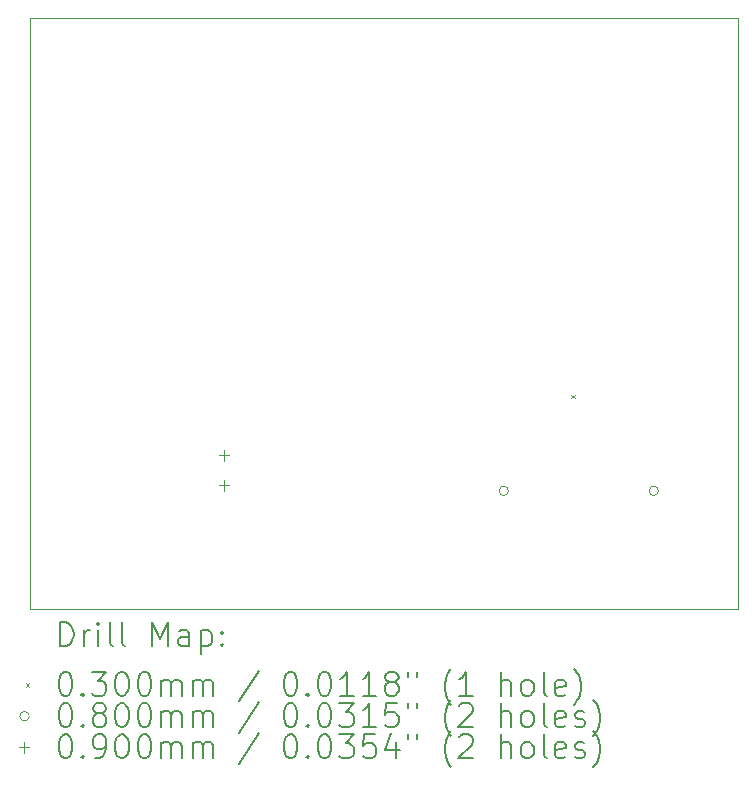
<source format=gbr>
%TF.GenerationSoftware,KiCad,Pcbnew,9.0.0*%
%TF.CreationDate,2025-03-14T14:05:50+03:00*%
%TF.ProjectId,getting-started,67657474-696e-4672-9d73-746172746564,0*%
%TF.SameCoordinates,Original*%
%TF.FileFunction,Drillmap*%
%TF.FilePolarity,Positive*%
%FSLAX45Y45*%
G04 Gerber Fmt 4.5, Leading zero omitted, Abs format (unit mm)*
G04 Created by KiCad (PCBNEW 9.0.0) date 2025-03-14 14:05:50*
%MOMM*%
%LPD*%
G01*
G04 APERTURE LIST*
%ADD10C,0.050000*%
%ADD11C,0.200000*%
%ADD12C,0.100000*%
G04 APERTURE END LIST*
D10*
X10000000Y-8000000D02*
X16000000Y-8000000D01*
X16000000Y-13000000D01*
X10000000Y-13000000D01*
X10000000Y-8000000D01*
D11*
D12*
X14585000Y-11185000D02*
X14615000Y-11215000D01*
X14615000Y-11185000D02*
X14585000Y-11215000D01*
X14055000Y-12000000D02*
G75*
G02*
X13975000Y-12000000I-40000J0D01*
G01*
X13975000Y-12000000D02*
G75*
G02*
X14055000Y-12000000I40000J0D01*
G01*
X15325000Y-12000000D02*
G75*
G02*
X15245000Y-12000000I-40000J0D01*
G01*
X15245000Y-12000000D02*
G75*
G02*
X15325000Y-12000000I40000J0D01*
G01*
X11646000Y-11655000D02*
X11646000Y-11745000D01*
X11601000Y-11700000D02*
X11691000Y-11700000D01*
X11646000Y-11909000D02*
X11646000Y-11999000D01*
X11601000Y-11954000D02*
X11691000Y-11954000D01*
D11*
X10258277Y-13313984D02*
X10258277Y-13113984D01*
X10258277Y-13113984D02*
X10305896Y-13113984D01*
X10305896Y-13113984D02*
X10334467Y-13123508D01*
X10334467Y-13123508D02*
X10353515Y-13142555D01*
X10353515Y-13142555D02*
X10363039Y-13161603D01*
X10363039Y-13161603D02*
X10372563Y-13199698D01*
X10372563Y-13199698D02*
X10372563Y-13228269D01*
X10372563Y-13228269D02*
X10363039Y-13266365D01*
X10363039Y-13266365D02*
X10353515Y-13285412D01*
X10353515Y-13285412D02*
X10334467Y-13304460D01*
X10334467Y-13304460D02*
X10305896Y-13313984D01*
X10305896Y-13313984D02*
X10258277Y-13313984D01*
X10458277Y-13313984D02*
X10458277Y-13180650D01*
X10458277Y-13218746D02*
X10467801Y-13199698D01*
X10467801Y-13199698D02*
X10477324Y-13190174D01*
X10477324Y-13190174D02*
X10496372Y-13180650D01*
X10496372Y-13180650D02*
X10515420Y-13180650D01*
X10582086Y-13313984D02*
X10582086Y-13180650D01*
X10582086Y-13113984D02*
X10572563Y-13123508D01*
X10572563Y-13123508D02*
X10582086Y-13133031D01*
X10582086Y-13133031D02*
X10591610Y-13123508D01*
X10591610Y-13123508D02*
X10582086Y-13113984D01*
X10582086Y-13113984D02*
X10582086Y-13133031D01*
X10705896Y-13313984D02*
X10686848Y-13304460D01*
X10686848Y-13304460D02*
X10677324Y-13285412D01*
X10677324Y-13285412D02*
X10677324Y-13113984D01*
X10810658Y-13313984D02*
X10791610Y-13304460D01*
X10791610Y-13304460D02*
X10782086Y-13285412D01*
X10782086Y-13285412D02*
X10782086Y-13113984D01*
X11039229Y-13313984D02*
X11039229Y-13113984D01*
X11039229Y-13113984D02*
X11105896Y-13256841D01*
X11105896Y-13256841D02*
X11172563Y-13113984D01*
X11172563Y-13113984D02*
X11172563Y-13313984D01*
X11353515Y-13313984D02*
X11353515Y-13209222D01*
X11353515Y-13209222D02*
X11343991Y-13190174D01*
X11343991Y-13190174D02*
X11324943Y-13180650D01*
X11324943Y-13180650D02*
X11286848Y-13180650D01*
X11286848Y-13180650D02*
X11267801Y-13190174D01*
X11353515Y-13304460D02*
X11334467Y-13313984D01*
X11334467Y-13313984D02*
X11286848Y-13313984D01*
X11286848Y-13313984D02*
X11267801Y-13304460D01*
X11267801Y-13304460D02*
X11258277Y-13285412D01*
X11258277Y-13285412D02*
X11258277Y-13266365D01*
X11258277Y-13266365D02*
X11267801Y-13247317D01*
X11267801Y-13247317D02*
X11286848Y-13237793D01*
X11286848Y-13237793D02*
X11334467Y-13237793D01*
X11334467Y-13237793D02*
X11353515Y-13228269D01*
X11448753Y-13180650D02*
X11448753Y-13380650D01*
X11448753Y-13190174D02*
X11467801Y-13180650D01*
X11467801Y-13180650D02*
X11505896Y-13180650D01*
X11505896Y-13180650D02*
X11524943Y-13190174D01*
X11524943Y-13190174D02*
X11534467Y-13199698D01*
X11534467Y-13199698D02*
X11543991Y-13218746D01*
X11543991Y-13218746D02*
X11543991Y-13275888D01*
X11543991Y-13275888D02*
X11534467Y-13294936D01*
X11534467Y-13294936D02*
X11524943Y-13304460D01*
X11524943Y-13304460D02*
X11505896Y-13313984D01*
X11505896Y-13313984D02*
X11467801Y-13313984D01*
X11467801Y-13313984D02*
X11448753Y-13304460D01*
X11629705Y-13294936D02*
X11639229Y-13304460D01*
X11639229Y-13304460D02*
X11629705Y-13313984D01*
X11629705Y-13313984D02*
X11620182Y-13304460D01*
X11620182Y-13304460D02*
X11629705Y-13294936D01*
X11629705Y-13294936D02*
X11629705Y-13313984D01*
X11629705Y-13190174D02*
X11639229Y-13199698D01*
X11639229Y-13199698D02*
X11629705Y-13209222D01*
X11629705Y-13209222D02*
X11620182Y-13199698D01*
X11620182Y-13199698D02*
X11629705Y-13190174D01*
X11629705Y-13190174D02*
X11629705Y-13209222D01*
D12*
X9967500Y-13627500D02*
X9997500Y-13657500D01*
X9997500Y-13627500D02*
X9967500Y-13657500D01*
D11*
X10296372Y-13533984D02*
X10315420Y-13533984D01*
X10315420Y-13533984D02*
X10334467Y-13543508D01*
X10334467Y-13543508D02*
X10343991Y-13553031D01*
X10343991Y-13553031D02*
X10353515Y-13572079D01*
X10353515Y-13572079D02*
X10363039Y-13610174D01*
X10363039Y-13610174D02*
X10363039Y-13657793D01*
X10363039Y-13657793D02*
X10353515Y-13695888D01*
X10353515Y-13695888D02*
X10343991Y-13714936D01*
X10343991Y-13714936D02*
X10334467Y-13724460D01*
X10334467Y-13724460D02*
X10315420Y-13733984D01*
X10315420Y-13733984D02*
X10296372Y-13733984D01*
X10296372Y-13733984D02*
X10277324Y-13724460D01*
X10277324Y-13724460D02*
X10267801Y-13714936D01*
X10267801Y-13714936D02*
X10258277Y-13695888D01*
X10258277Y-13695888D02*
X10248753Y-13657793D01*
X10248753Y-13657793D02*
X10248753Y-13610174D01*
X10248753Y-13610174D02*
X10258277Y-13572079D01*
X10258277Y-13572079D02*
X10267801Y-13553031D01*
X10267801Y-13553031D02*
X10277324Y-13543508D01*
X10277324Y-13543508D02*
X10296372Y-13533984D01*
X10448753Y-13714936D02*
X10458277Y-13724460D01*
X10458277Y-13724460D02*
X10448753Y-13733984D01*
X10448753Y-13733984D02*
X10439229Y-13724460D01*
X10439229Y-13724460D02*
X10448753Y-13714936D01*
X10448753Y-13714936D02*
X10448753Y-13733984D01*
X10524944Y-13533984D02*
X10648753Y-13533984D01*
X10648753Y-13533984D02*
X10582086Y-13610174D01*
X10582086Y-13610174D02*
X10610658Y-13610174D01*
X10610658Y-13610174D02*
X10629705Y-13619698D01*
X10629705Y-13619698D02*
X10639229Y-13629222D01*
X10639229Y-13629222D02*
X10648753Y-13648269D01*
X10648753Y-13648269D02*
X10648753Y-13695888D01*
X10648753Y-13695888D02*
X10639229Y-13714936D01*
X10639229Y-13714936D02*
X10629705Y-13724460D01*
X10629705Y-13724460D02*
X10610658Y-13733984D01*
X10610658Y-13733984D02*
X10553515Y-13733984D01*
X10553515Y-13733984D02*
X10534467Y-13724460D01*
X10534467Y-13724460D02*
X10524944Y-13714936D01*
X10772563Y-13533984D02*
X10791610Y-13533984D01*
X10791610Y-13533984D02*
X10810658Y-13543508D01*
X10810658Y-13543508D02*
X10820182Y-13553031D01*
X10820182Y-13553031D02*
X10829705Y-13572079D01*
X10829705Y-13572079D02*
X10839229Y-13610174D01*
X10839229Y-13610174D02*
X10839229Y-13657793D01*
X10839229Y-13657793D02*
X10829705Y-13695888D01*
X10829705Y-13695888D02*
X10820182Y-13714936D01*
X10820182Y-13714936D02*
X10810658Y-13724460D01*
X10810658Y-13724460D02*
X10791610Y-13733984D01*
X10791610Y-13733984D02*
X10772563Y-13733984D01*
X10772563Y-13733984D02*
X10753515Y-13724460D01*
X10753515Y-13724460D02*
X10743991Y-13714936D01*
X10743991Y-13714936D02*
X10734467Y-13695888D01*
X10734467Y-13695888D02*
X10724944Y-13657793D01*
X10724944Y-13657793D02*
X10724944Y-13610174D01*
X10724944Y-13610174D02*
X10734467Y-13572079D01*
X10734467Y-13572079D02*
X10743991Y-13553031D01*
X10743991Y-13553031D02*
X10753515Y-13543508D01*
X10753515Y-13543508D02*
X10772563Y-13533984D01*
X10963039Y-13533984D02*
X10982086Y-13533984D01*
X10982086Y-13533984D02*
X11001134Y-13543508D01*
X11001134Y-13543508D02*
X11010658Y-13553031D01*
X11010658Y-13553031D02*
X11020182Y-13572079D01*
X11020182Y-13572079D02*
X11029705Y-13610174D01*
X11029705Y-13610174D02*
X11029705Y-13657793D01*
X11029705Y-13657793D02*
X11020182Y-13695888D01*
X11020182Y-13695888D02*
X11010658Y-13714936D01*
X11010658Y-13714936D02*
X11001134Y-13724460D01*
X11001134Y-13724460D02*
X10982086Y-13733984D01*
X10982086Y-13733984D02*
X10963039Y-13733984D01*
X10963039Y-13733984D02*
X10943991Y-13724460D01*
X10943991Y-13724460D02*
X10934467Y-13714936D01*
X10934467Y-13714936D02*
X10924944Y-13695888D01*
X10924944Y-13695888D02*
X10915420Y-13657793D01*
X10915420Y-13657793D02*
X10915420Y-13610174D01*
X10915420Y-13610174D02*
X10924944Y-13572079D01*
X10924944Y-13572079D02*
X10934467Y-13553031D01*
X10934467Y-13553031D02*
X10943991Y-13543508D01*
X10943991Y-13543508D02*
X10963039Y-13533984D01*
X11115420Y-13733984D02*
X11115420Y-13600650D01*
X11115420Y-13619698D02*
X11124944Y-13610174D01*
X11124944Y-13610174D02*
X11143991Y-13600650D01*
X11143991Y-13600650D02*
X11172563Y-13600650D01*
X11172563Y-13600650D02*
X11191610Y-13610174D01*
X11191610Y-13610174D02*
X11201134Y-13629222D01*
X11201134Y-13629222D02*
X11201134Y-13733984D01*
X11201134Y-13629222D02*
X11210658Y-13610174D01*
X11210658Y-13610174D02*
X11229705Y-13600650D01*
X11229705Y-13600650D02*
X11258277Y-13600650D01*
X11258277Y-13600650D02*
X11277324Y-13610174D01*
X11277324Y-13610174D02*
X11286848Y-13629222D01*
X11286848Y-13629222D02*
X11286848Y-13733984D01*
X11382086Y-13733984D02*
X11382086Y-13600650D01*
X11382086Y-13619698D02*
X11391610Y-13610174D01*
X11391610Y-13610174D02*
X11410658Y-13600650D01*
X11410658Y-13600650D02*
X11439229Y-13600650D01*
X11439229Y-13600650D02*
X11458277Y-13610174D01*
X11458277Y-13610174D02*
X11467801Y-13629222D01*
X11467801Y-13629222D02*
X11467801Y-13733984D01*
X11467801Y-13629222D02*
X11477324Y-13610174D01*
X11477324Y-13610174D02*
X11496372Y-13600650D01*
X11496372Y-13600650D02*
X11524943Y-13600650D01*
X11524943Y-13600650D02*
X11543991Y-13610174D01*
X11543991Y-13610174D02*
X11553515Y-13629222D01*
X11553515Y-13629222D02*
X11553515Y-13733984D01*
X11943991Y-13524460D02*
X11772563Y-13781603D01*
X12201134Y-13533984D02*
X12220182Y-13533984D01*
X12220182Y-13533984D02*
X12239229Y-13543508D01*
X12239229Y-13543508D02*
X12248753Y-13553031D01*
X12248753Y-13553031D02*
X12258277Y-13572079D01*
X12258277Y-13572079D02*
X12267801Y-13610174D01*
X12267801Y-13610174D02*
X12267801Y-13657793D01*
X12267801Y-13657793D02*
X12258277Y-13695888D01*
X12258277Y-13695888D02*
X12248753Y-13714936D01*
X12248753Y-13714936D02*
X12239229Y-13724460D01*
X12239229Y-13724460D02*
X12220182Y-13733984D01*
X12220182Y-13733984D02*
X12201134Y-13733984D01*
X12201134Y-13733984D02*
X12182086Y-13724460D01*
X12182086Y-13724460D02*
X12172563Y-13714936D01*
X12172563Y-13714936D02*
X12163039Y-13695888D01*
X12163039Y-13695888D02*
X12153515Y-13657793D01*
X12153515Y-13657793D02*
X12153515Y-13610174D01*
X12153515Y-13610174D02*
X12163039Y-13572079D01*
X12163039Y-13572079D02*
X12172563Y-13553031D01*
X12172563Y-13553031D02*
X12182086Y-13543508D01*
X12182086Y-13543508D02*
X12201134Y-13533984D01*
X12353515Y-13714936D02*
X12363039Y-13724460D01*
X12363039Y-13724460D02*
X12353515Y-13733984D01*
X12353515Y-13733984D02*
X12343991Y-13724460D01*
X12343991Y-13724460D02*
X12353515Y-13714936D01*
X12353515Y-13714936D02*
X12353515Y-13733984D01*
X12486848Y-13533984D02*
X12505896Y-13533984D01*
X12505896Y-13533984D02*
X12524944Y-13543508D01*
X12524944Y-13543508D02*
X12534467Y-13553031D01*
X12534467Y-13553031D02*
X12543991Y-13572079D01*
X12543991Y-13572079D02*
X12553515Y-13610174D01*
X12553515Y-13610174D02*
X12553515Y-13657793D01*
X12553515Y-13657793D02*
X12543991Y-13695888D01*
X12543991Y-13695888D02*
X12534467Y-13714936D01*
X12534467Y-13714936D02*
X12524944Y-13724460D01*
X12524944Y-13724460D02*
X12505896Y-13733984D01*
X12505896Y-13733984D02*
X12486848Y-13733984D01*
X12486848Y-13733984D02*
X12467801Y-13724460D01*
X12467801Y-13724460D02*
X12458277Y-13714936D01*
X12458277Y-13714936D02*
X12448753Y-13695888D01*
X12448753Y-13695888D02*
X12439229Y-13657793D01*
X12439229Y-13657793D02*
X12439229Y-13610174D01*
X12439229Y-13610174D02*
X12448753Y-13572079D01*
X12448753Y-13572079D02*
X12458277Y-13553031D01*
X12458277Y-13553031D02*
X12467801Y-13543508D01*
X12467801Y-13543508D02*
X12486848Y-13533984D01*
X12743991Y-13733984D02*
X12629706Y-13733984D01*
X12686848Y-13733984D02*
X12686848Y-13533984D01*
X12686848Y-13533984D02*
X12667801Y-13562555D01*
X12667801Y-13562555D02*
X12648753Y-13581603D01*
X12648753Y-13581603D02*
X12629706Y-13591127D01*
X12934467Y-13733984D02*
X12820182Y-13733984D01*
X12877325Y-13733984D02*
X12877325Y-13533984D01*
X12877325Y-13533984D02*
X12858277Y-13562555D01*
X12858277Y-13562555D02*
X12839229Y-13581603D01*
X12839229Y-13581603D02*
X12820182Y-13591127D01*
X13048753Y-13619698D02*
X13029706Y-13610174D01*
X13029706Y-13610174D02*
X13020182Y-13600650D01*
X13020182Y-13600650D02*
X13010658Y-13581603D01*
X13010658Y-13581603D02*
X13010658Y-13572079D01*
X13010658Y-13572079D02*
X13020182Y-13553031D01*
X13020182Y-13553031D02*
X13029706Y-13543508D01*
X13029706Y-13543508D02*
X13048753Y-13533984D01*
X13048753Y-13533984D02*
X13086848Y-13533984D01*
X13086848Y-13533984D02*
X13105896Y-13543508D01*
X13105896Y-13543508D02*
X13115420Y-13553031D01*
X13115420Y-13553031D02*
X13124944Y-13572079D01*
X13124944Y-13572079D02*
X13124944Y-13581603D01*
X13124944Y-13581603D02*
X13115420Y-13600650D01*
X13115420Y-13600650D02*
X13105896Y-13610174D01*
X13105896Y-13610174D02*
X13086848Y-13619698D01*
X13086848Y-13619698D02*
X13048753Y-13619698D01*
X13048753Y-13619698D02*
X13029706Y-13629222D01*
X13029706Y-13629222D02*
X13020182Y-13638746D01*
X13020182Y-13638746D02*
X13010658Y-13657793D01*
X13010658Y-13657793D02*
X13010658Y-13695888D01*
X13010658Y-13695888D02*
X13020182Y-13714936D01*
X13020182Y-13714936D02*
X13029706Y-13724460D01*
X13029706Y-13724460D02*
X13048753Y-13733984D01*
X13048753Y-13733984D02*
X13086848Y-13733984D01*
X13086848Y-13733984D02*
X13105896Y-13724460D01*
X13105896Y-13724460D02*
X13115420Y-13714936D01*
X13115420Y-13714936D02*
X13124944Y-13695888D01*
X13124944Y-13695888D02*
X13124944Y-13657793D01*
X13124944Y-13657793D02*
X13115420Y-13638746D01*
X13115420Y-13638746D02*
X13105896Y-13629222D01*
X13105896Y-13629222D02*
X13086848Y-13619698D01*
X13201134Y-13533984D02*
X13201134Y-13572079D01*
X13277325Y-13533984D02*
X13277325Y-13572079D01*
X13572563Y-13810174D02*
X13563039Y-13800650D01*
X13563039Y-13800650D02*
X13543991Y-13772079D01*
X13543991Y-13772079D02*
X13534468Y-13753031D01*
X13534468Y-13753031D02*
X13524944Y-13724460D01*
X13524944Y-13724460D02*
X13515420Y-13676841D01*
X13515420Y-13676841D02*
X13515420Y-13638746D01*
X13515420Y-13638746D02*
X13524944Y-13591127D01*
X13524944Y-13591127D02*
X13534468Y-13562555D01*
X13534468Y-13562555D02*
X13543991Y-13543508D01*
X13543991Y-13543508D02*
X13563039Y-13514936D01*
X13563039Y-13514936D02*
X13572563Y-13505412D01*
X13753515Y-13733984D02*
X13639229Y-13733984D01*
X13696372Y-13733984D02*
X13696372Y-13533984D01*
X13696372Y-13533984D02*
X13677325Y-13562555D01*
X13677325Y-13562555D02*
X13658277Y-13581603D01*
X13658277Y-13581603D02*
X13639229Y-13591127D01*
X13991610Y-13733984D02*
X13991610Y-13533984D01*
X14077325Y-13733984D02*
X14077325Y-13629222D01*
X14077325Y-13629222D02*
X14067801Y-13610174D01*
X14067801Y-13610174D02*
X14048753Y-13600650D01*
X14048753Y-13600650D02*
X14020182Y-13600650D01*
X14020182Y-13600650D02*
X14001134Y-13610174D01*
X14001134Y-13610174D02*
X13991610Y-13619698D01*
X14201134Y-13733984D02*
X14182087Y-13724460D01*
X14182087Y-13724460D02*
X14172563Y-13714936D01*
X14172563Y-13714936D02*
X14163039Y-13695888D01*
X14163039Y-13695888D02*
X14163039Y-13638746D01*
X14163039Y-13638746D02*
X14172563Y-13619698D01*
X14172563Y-13619698D02*
X14182087Y-13610174D01*
X14182087Y-13610174D02*
X14201134Y-13600650D01*
X14201134Y-13600650D02*
X14229706Y-13600650D01*
X14229706Y-13600650D02*
X14248753Y-13610174D01*
X14248753Y-13610174D02*
X14258277Y-13619698D01*
X14258277Y-13619698D02*
X14267801Y-13638746D01*
X14267801Y-13638746D02*
X14267801Y-13695888D01*
X14267801Y-13695888D02*
X14258277Y-13714936D01*
X14258277Y-13714936D02*
X14248753Y-13724460D01*
X14248753Y-13724460D02*
X14229706Y-13733984D01*
X14229706Y-13733984D02*
X14201134Y-13733984D01*
X14382087Y-13733984D02*
X14363039Y-13724460D01*
X14363039Y-13724460D02*
X14353515Y-13705412D01*
X14353515Y-13705412D02*
X14353515Y-13533984D01*
X14534468Y-13724460D02*
X14515420Y-13733984D01*
X14515420Y-13733984D02*
X14477325Y-13733984D01*
X14477325Y-13733984D02*
X14458277Y-13724460D01*
X14458277Y-13724460D02*
X14448753Y-13705412D01*
X14448753Y-13705412D02*
X14448753Y-13629222D01*
X14448753Y-13629222D02*
X14458277Y-13610174D01*
X14458277Y-13610174D02*
X14477325Y-13600650D01*
X14477325Y-13600650D02*
X14515420Y-13600650D01*
X14515420Y-13600650D02*
X14534468Y-13610174D01*
X14534468Y-13610174D02*
X14543991Y-13629222D01*
X14543991Y-13629222D02*
X14543991Y-13648269D01*
X14543991Y-13648269D02*
X14448753Y-13667317D01*
X14610658Y-13810174D02*
X14620182Y-13800650D01*
X14620182Y-13800650D02*
X14639230Y-13772079D01*
X14639230Y-13772079D02*
X14648753Y-13753031D01*
X14648753Y-13753031D02*
X14658277Y-13724460D01*
X14658277Y-13724460D02*
X14667801Y-13676841D01*
X14667801Y-13676841D02*
X14667801Y-13638746D01*
X14667801Y-13638746D02*
X14658277Y-13591127D01*
X14658277Y-13591127D02*
X14648753Y-13562555D01*
X14648753Y-13562555D02*
X14639230Y-13543508D01*
X14639230Y-13543508D02*
X14620182Y-13514936D01*
X14620182Y-13514936D02*
X14610658Y-13505412D01*
D12*
X9997500Y-13906500D02*
G75*
G02*
X9917500Y-13906500I-40000J0D01*
G01*
X9917500Y-13906500D02*
G75*
G02*
X9997500Y-13906500I40000J0D01*
G01*
D11*
X10296372Y-13797984D02*
X10315420Y-13797984D01*
X10315420Y-13797984D02*
X10334467Y-13807508D01*
X10334467Y-13807508D02*
X10343991Y-13817031D01*
X10343991Y-13817031D02*
X10353515Y-13836079D01*
X10353515Y-13836079D02*
X10363039Y-13874174D01*
X10363039Y-13874174D02*
X10363039Y-13921793D01*
X10363039Y-13921793D02*
X10353515Y-13959888D01*
X10353515Y-13959888D02*
X10343991Y-13978936D01*
X10343991Y-13978936D02*
X10334467Y-13988460D01*
X10334467Y-13988460D02*
X10315420Y-13997984D01*
X10315420Y-13997984D02*
X10296372Y-13997984D01*
X10296372Y-13997984D02*
X10277324Y-13988460D01*
X10277324Y-13988460D02*
X10267801Y-13978936D01*
X10267801Y-13978936D02*
X10258277Y-13959888D01*
X10258277Y-13959888D02*
X10248753Y-13921793D01*
X10248753Y-13921793D02*
X10248753Y-13874174D01*
X10248753Y-13874174D02*
X10258277Y-13836079D01*
X10258277Y-13836079D02*
X10267801Y-13817031D01*
X10267801Y-13817031D02*
X10277324Y-13807508D01*
X10277324Y-13807508D02*
X10296372Y-13797984D01*
X10448753Y-13978936D02*
X10458277Y-13988460D01*
X10458277Y-13988460D02*
X10448753Y-13997984D01*
X10448753Y-13997984D02*
X10439229Y-13988460D01*
X10439229Y-13988460D02*
X10448753Y-13978936D01*
X10448753Y-13978936D02*
X10448753Y-13997984D01*
X10572563Y-13883698D02*
X10553515Y-13874174D01*
X10553515Y-13874174D02*
X10543991Y-13864650D01*
X10543991Y-13864650D02*
X10534467Y-13845603D01*
X10534467Y-13845603D02*
X10534467Y-13836079D01*
X10534467Y-13836079D02*
X10543991Y-13817031D01*
X10543991Y-13817031D02*
X10553515Y-13807508D01*
X10553515Y-13807508D02*
X10572563Y-13797984D01*
X10572563Y-13797984D02*
X10610658Y-13797984D01*
X10610658Y-13797984D02*
X10629705Y-13807508D01*
X10629705Y-13807508D02*
X10639229Y-13817031D01*
X10639229Y-13817031D02*
X10648753Y-13836079D01*
X10648753Y-13836079D02*
X10648753Y-13845603D01*
X10648753Y-13845603D02*
X10639229Y-13864650D01*
X10639229Y-13864650D02*
X10629705Y-13874174D01*
X10629705Y-13874174D02*
X10610658Y-13883698D01*
X10610658Y-13883698D02*
X10572563Y-13883698D01*
X10572563Y-13883698D02*
X10553515Y-13893222D01*
X10553515Y-13893222D02*
X10543991Y-13902746D01*
X10543991Y-13902746D02*
X10534467Y-13921793D01*
X10534467Y-13921793D02*
X10534467Y-13959888D01*
X10534467Y-13959888D02*
X10543991Y-13978936D01*
X10543991Y-13978936D02*
X10553515Y-13988460D01*
X10553515Y-13988460D02*
X10572563Y-13997984D01*
X10572563Y-13997984D02*
X10610658Y-13997984D01*
X10610658Y-13997984D02*
X10629705Y-13988460D01*
X10629705Y-13988460D02*
X10639229Y-13978936D01*
X10639229Y-13978936D02*
X10648753Y-13959888D01*
X10648753Y-13959888D02*
X10648753Y-13921793D01*
X10648753Y-13921793D02*
X10639229Y-13902746D01*
X10639229Y-13902746D02*
X10629705Y-13893222D01*
X10629705Y-13893222D02*
X10610658Y-13883698D01*
X10772563Y-13797984D02*
X10791610Y-13797984D01*
X10791610Y-13797984D02*
X10810658Y-13807508D01*
X10810658Y-13807508D02*
X10820182Y-13817031D01*
X10820182Y-13817031D02*
X10829705Y-13836079D01*
X10829705Y-13836079D02*
X10839229Y-13874174D01*
X10839229Y-13874174D02*
X10839229Y-13921793D01*
X10839229Y-13921793D02*
X10829705Y-13959888D01*
X10829705Y-13959888D02*
X10820182Y-13978936D01*
X10820182Y-13978936D02*
X10810658Y-13988460D01*
X10810658Y-13988460D02*
X10791610Y-13997984D01*
X10791610Y-13997984D02*
X10772563Y-13997984D01*
X10772563Y-13997984D02*
X10753515Y-13988460D01*
X10753515Y-13988460D02*
X10743991Y-13978936D01*
X10743991Y-13978936D02*
X10734467Y-13959888D01*
X10734467Y-13959888D02*
X10724944Y-13921793D01*
X10724944Y-13921793D02*
X10724944Y-13874174D01*
X10724944Y-13874174D02*
X10734467Y-13836079D01*
X10734467Y-13836079D02*
X10743991Y-13817031D01*
X10743991Y-13817031D02*
X10753515Y-13807508D01*
X10753515Y-13807508D02*
X10772563Y-13797984D01*
X10963039Y-13797984D02*
X10982086Y-13797984D01*
X10982086Y-13797984D02*
X11001134Y-13807508D01*
X11001134Y-13807508D02*
X11010658Y-13817031D01*
X11010658Y-13817031D02*
X11020182Y-13836079D01*
X11020182Y-13836079D02*
X11029705Y-13874174D01*
X11029705Y-13874174D02*
X11029705Y-13921793D01*
X11029705Y-13921793D02*
X11020182Y-13959888D01*
X11020182Y-13959888D02*
X11010658Y-13978936D01*
X11010658Y-13978936D02*
X11001134Y-13988460D01*
X11001134Y-13988460D02*
X10982086Y-13997984D01*
X10982086Y-13997984D02*
X10963039Y-13997984D01*
X10963039Y-13997984D02*
X10943991Y-13988460D01*
X10943991Y-13988460D02*
X10934467Y-13978936D01*
X10934467Y-13978936D02*
X10924944Y-13959888D01*
X10924944Y-13959888D02*
X10915420Y-13921793D01*
X10915420Y-13921793D02*
X10915420Y-13874174D01*
X10915420Y-13874174D02*
X10924944Y-13836079D01*
X10924944Y-13836079D02*
X10934467Y-13817031D01*
X10934467Y-13817031D02*
X10943991Y-13807508D01*
X10943991Y-13807508D02*
X10963039Y-13797984D01*
X11115420Y-13997984D02*
X11115420Y-13864650D01*
X11115420Y-13883698D02*
X11124944Y-13874174D01*
X11124944Y-13874174D02*
X11143991Y-13864650D01*
X11143991Y-13864650D02*
X11172563Y-13864650D01*
X11172563Y-13864650D02*
X11191610Y-13874174D01*
X11191610Y-13874174D02*
X11201134Y-13893222D01*
X11201134Y-13893222D02*
X11201134Y-13997984D01*
X11201134Y-13893222D02*
X11210658Y-13874174D01*
X11210658Y-13874174D02*
X11229705Y-13864650D01*
X11229705Y-13864650D02*
X11258277Y-13864650D01*
X11258277Y-13864650D02*
X11277324Y-13874174D01*
X11277324Y-13874174D02*
X11286848Y-13893222D01*
X11286848Y-13893222D02*
X11286848Y-13997984D01*
X11382086Y-13997984D02*
X11382086Y-13864650D01*
X11382086Y-13883698D02*
X11391610Y-13874174D01*
X11391610Y-13874174D02*
X11410658Y-13864650D01*
X11410658Y-13864650D02*
X11439229Y-13864650D01*
X11439229Y-13864650D02*
X11458277Y-13874174D01*
X11458277Y-13874174D02*
X11467801Y-13893222D01*
X11467801Y-13893222D02*
X11467801Y-13997984D01*
X11467801Y-13893222D02*
X11477324Y-13874174D01*
X11477324Y-13874174D02*
X11496372Y-13864650D01*
X11496372Y-13864650D02*
X11524943Y-13864650D01*
X11524943Y-13864650D02*
X11543991Y-13874174D01*
X11543991Y-13874174D02*
X11553515Y-13893222D01*
X11553515Y-13893222D02*
X11553515Y-13997984D01*
X11943991Y-13788460D02*
X11772563Y-14045603D01*
X12201134Y-13797984D02*
X12220182Y-13797984D01*
X12220182Y-13797984D02*
X12239229Y-13807508D01*
X12239229Y-13807508D02*
X12248753Y-13817031D01*
X12248753Y-13817031D02*
X12258277Y-13836079D01*
X12258277Y-13836079D02*
X12267801Y-13874174D01*
X12267801Y-13874174D02*
X12267801Y-13921793D01*
X12267801Y-13921793D02*
X12258277Y-13959888D01*
X12258277Y-13959888D02*
X12248753Y-13978936D01*
X12248753Y-13978936D02*
X12239229Y-13988460D01*
X12239229Y-13988460D02*
X12220182Y-13997984D01*
X12220182Y-13997984D02*
X12201134Y-13997984D01*
X12201134Y-13997984D02*
X12182086Y-13988460D01*
X12182086Y-13988460D02*
X12172563Y-13978936D01*
X12172563Y-13978936D02*
X12163039Y-13959888D01*
X12163039Y-13959888D02*
X12153515Y-13921793D01*
X12153515Y-13921793D02*
X12153515Y-13874174D01*
X12153515Y-13874174D02*
X12163039Y-13836079D01*
X12163039Y-13836079D02*
X12172563Y-13817031D01*
X12172563Y-13817031D02*
X12182086Y-13807508D01*
X12182086Y-13807508D02*
X12201134Y-13797984D01*
X12353515Y-13978936D02*
X12363039Y-13988460D01*
X12363039Y-13988460D02*
X12353515Y-13997984D01*
X12353515Y-13997984D02*
X12343991Y-13988460D01*
X12343991Y-13988460D02*
X12353515Y-13978936D01*
X12353515Y-13978936D02*
X12353515Y-13997984D01*
X12486848Y-13797984D02*
X12505896Y-13797984D01*
X12505896Y-13797984D02*
X12524944Y-13807508D01*
X12524944Y-13807508D02*
X12534467Y-13817031D01*
X12534467Y-13817031D02*
X12543991Y-13836079D01*
X12543991Y-13836079D02*
X12553515Y-13874174D01*
X12553515Y-13874174D02*
X12553515Y-13921793D01*
X12553515Y-13921793D02*
X12543991Y-13959888D01*
X12543991Y-13959888D02*
X12534467Y-13978936D01*
X12534467Y-13978936D02*
X12524944Y-13988460D01*
X12524944Y-13988460D02*
X12505896Y-13997984D01*
X12505896Y-13997984D02*
X12486848Y-13997984D01*
X12486848Y-13997984D02*
X12467801Y-13988460D01*
X12467801Y-13988460D02*
X12458277Y-13978936D01*
X12458277Y-13978936D02*
X12448753Y-13959888D01*
X12448753Y-13959888D02*
X12439229Y-13921793D01*
X12439229Y-13921793D02*
X12439229Y-13874174D01*
X12439229Y-13874174D02*
X12448753Y-13836079D01*
X12448753Y-13836079D02*
X12458277Y-13817031D01*
X12458277Y-13817031D02*
X12467801Y-13807508D01*
X12467801Y-13807508D02*
X12486848Y-13797984D01*
X12620182Y-13797984D02*
X12743991Y-13797984D01*
X12743991Y-13797984D02*
X12677325Y-13874174D01*
X12677325Y-13874174D02*
X12705896Y-13874174D01*
X12705896Y-13874174D02*
X12724944Y-13883698D01*
X12724944Y-13883698D02*
X12734467Y-13893222D01*
X12734467Y-13893222D02*
X12743991Y-13912269D01*
X12743991Y-13912269D02*
X12743991Y-13959888D01*
X12743991Y-13959888D02*
X12734467Y-13978936D01*
X12734467Y-13978936D02*
X12724944Y-13988460D01*
X12724944Y-13988460D02*
X12705896Y-13997984D01*
X12705896Y-13997984D02*
X12648753Y-13997984D01*
X12648753Y-13997984D02*
X12629706Y-13988460D01*
X12629706Y-13988460D02*
X12620182Y-13978936D01*
X12934467Y-13997984D02*
X12820182Y-13997984D01*
X12877325Y-13997984D02*
X12877325Y-13797984D01*
X12877325Y-13797984D02*
X12858277Y-13826555D01*
X12858277Y-13826555D02*
X12839229Y-13845603D01*
X12839229Y-13845603D02*
X12820182Y-13855127D01*
X13115420Y-13797984D02*
X13020182Y-13797984D01*
X13020182Y-13797984D02*
X13010658Y-13893222D01*
X13010658Y-13893222D02*
X13020182Y-13883698D01*
X13020182Y-13883698D02*
X13039229Y-13874174D01*
X13039229Y-13874174D02*
X13086848Y-13874174D01*
X13086848Y-13874174D02*
X13105896Y-13883698D01*
X13105896Y-13883698D02*
X13115420Y-13893222D01*
X13115420Y-13893222D02*
X13124944Y-13912269D01*
X13124944Y-13912269D02*
X13124944Y-13959888D01*
X13124944Y-13959888D02*
X13115420Y-13978936D01*
X13115420Y-13978936D02*
X13105896Y-13988460D01*
X13105896Y-13988460D02*
X13086848Y-13997984D01*
X13086848Y-13997984D02*
X13039229Y-13997984D01*
X13039229Y-13997984D02*
X13020182Y-13988460D01*
X13020182Y-13988460D02*
X13010658Y-13978936D01*
X13201134Y-13797984D02*
X13201134Y-13836079D01*
X13277325Y-13797984D02*
X13277325Y-13836079D01*
X13572563Y-14074174D02*
X13563039Y-14064650D01*
X13563039Y-14064650D02*
X13543991Y-14036079D01*
X13543991Y-14036079D02*
X13534468Y-14017031D01*
X13534468Y-14017031D02*
X13524944Y-13988460D01*
X13524944Y-13988460D02*
X13515420Y-13940841D01*
X13515420Y-13940841D02*
X13515420Y-13902746D01*
X13515420Y-13902746D02*
X13524944Y-13855127D01*
X13524944Y-13855127D02*
X13534468Y-13826555D01*
X13534468Y-13826555D02*
X13543991Y-13807508D01*
X13543991Y-13807508D02*
X13563039Y-13778936D01*
X13563039Y-13778936D02*
X13572563Y-13769412D01*
X13639229Y-13817031D02*
X13648753Y-13807508D01*
X13648753Y-13807508D02*
X13667801Y-13797984D01*
X13667801Y-13797984D02*
X13715420Y-13797984D01*
X13715420Y-13797984D02*
X13734468Y-13807508D01*
X13734468Y-13807508D02*
X13743991Y-13817031D01*
X13743991Y-13817031D02*
X13753515Y-13836079D01*
X13753515Y-13836079D02*
X13753515Y-13855127D01*
X13753515Y-13855127D02*
X13743991Y-13883698D01*
X13743991Y-13883698D02*
X13629706Y-13997984D01*
X13629706Y-13997984D02*
X13753515Y-13997984D01*
X13991610Y-13997984D02*
X13991610Y-13797984D01*
X14077325Y-13997984D02*
X14077325Y-13893222D01*
X14077325Y-13893222D02*
X14067801Y-13874174D01*
X14067801Y-13874174D02*
X14048753Y-13864650D01*
X14048753Y-13864650D02*
X14020182Y-13864650D01*
X14020182Y-13864650D02*
X14001134Y-13874174D01*
X14001134Y-13874174D02*
X13991610Y-13883698D01*
X14201134Y-13997984D02*
X14182087Y-13988460D01*
X14182087Y-13988460D02*
X14172563Y-13978936D01*
X14172563Y-13978936D02*
X14163039Y-13959888D01*
X14163039Y-13959888D02*
X14163039Y-13902746D01*
X14163039Y-13902746D02*
X14172563Y-13883698D01*
X14172563Y-13883698D02*
X14182087Y-13874174D01*
X14182087Y-13874174D02*
X14201134Y-13864650D01*
X14201134Y-13864650D02*
X14229706Y-13864650D01*
X14229706Y-13864650D02*
X14248753Y-13874174D01*
X14248753Y-13874174D02*
X14258277Y-13883698D01*
X14258277Y-13883698D02*
X14267801Y-13902746D01*
X14267801Y-13902746D02*
X14267801Y-13959888D01*
X14267801Y-13959888D02*
X14258277Y-13978936D01*
X14258277Y-13978936D02*
X14248753Y-13988460D01*
X14248753Y-13988460D02*
X14229706Y-13997984D01*
X14229706Y-13997984D02*
X14201134Y-13997984D01*
X14382087Y-13997984D02*
X14363039Y-13988460D01*
X14363039Y-13988460D02*
X14353515Y-13969412D01*
X14353515Y-13969412D02*
X14353515Y-13797984D01*
X14534468Y-13988460D02*
X14515420Y-13997984D01*
X14515420Y-13997984D02*
X14477325Y-13997984D01*
X14477325Y-13997984D02*
X14458277Y-13988460D01*
X14458277Y-13988460D02*
X14448753Y-13969412D01*
X14448753Y-13969412D02*
X14448753Y-13893222D01*
X14448753Y-13893222D02*
X14458277Y-13874174D01*
X14458277Y-13874174D02*
X14477325Y-13864650D01*
X14477325Y-13864650D02*
X14515420Y-13864650D01*
X14515420Y-13864650D02*
X14534468Y-13874174D01*
X14534468Y-13874174D02*
X14543991Y-13893222D01*
X14543991Y-13893222D02*
X14543991Y-13912269D01*
X14543991Y-13912269D02*
X14448753Y-13931317D01*
X14620182Y-13988460D02*
X14639230Y-13997984D01*
X14639230Y-13997984D02*
X14677325Y-13997984D01*
X14677325Y-13997984D02*
X14696372Y-13988460D01*
X14696372Y-13988460D02*
X14705896Y-13969412D01*
X14705896Y-13969412D02*
X14705896Y-13959888D01*
X14705896Y-13959888D02*
X14696372Y-13940841D01*
X14696372Y-13940841D02*
X14677325Y-13931317D01*
X14677325Y-13931317D02*
X14648753Y-13931317D01*
X14648753Y-13931317D02*
X14629706Y-13921793D01*
X14629706Y-13921793D02*
X14620182Y-13902746D01*
X14620182Y-13902746D02*
X14620182Y-13893222D01*
X14620182Y-13893222D02*
X14629706Y-13874174D01*
X14629706Y-13874174D02*
X14648753Y-13864650D01*
X14648753Y-13864650D02*
X14677325Y-13864650D01*
X14677325Y-13864650D02*
X14696372Y-13874174D01*
X14772563Y-14074174D02*
X14782087Y-14064650D01*
X14782087Y-14064650D02*
X14801134Y-14036079D01*
X14801134Y-14036079D02*
X14810658Y-14017031D01*
X14810658Y-14017031D02*
X14820182Y-13988460D01*
X14820182Y-13988460D02*
X14829706Y-13940841D01*
X14829706Y-13940841D02*
X14829706Y-13902746D01*
X14829706Y-13902746D02*
X14820182Y-13855127D01*
X14820182Y-13855127D02*
X14810658Y-13826555D01*
X14810658Y-13826555D02*
X14801134Y-13807508D01*
X14801134Y-13807508D02*
X14782087Y-13778936D01*
X14782087Y-13778936D02*
X14772563Y-13769412D01*
D12*
X9952500Y-14125500D02*
X9952500Y-14215500D01*
X9907500Y-14170500D02*
X9997500Y-14170500D01*
D11*
X10296372Y-14061984D02*
X10315420Y-14061984D01*
X10315420Y-14061984D02*
X10334467Y-14071508D01*
X10334467Y-14071508D02*
X10343991Y-14081031D01*
X10343991Y-14081031D02*
X10353515Y-14100079D01*
X10353515Y-14100079D02*
X10363039Y-14138174D01*
X10363039Y-14138174D02*
X10363039Y-14185793D01*
X10363039Y-14185793D02*
X10353515Y-14223888D01*
X10353515Y-14223888D02*
X10343991Y-14242936D01*
X10343991Y-14242936D02*
X10334467Y-14252460D01*
X10334467Y-14252460D02*
X10315420Y-14261984D01*
X10315420Y-14261984D02*
X10296372Y-14261984D01*
X10296372Y-14261984D02*
X10277324Y-14252460D01*
X10277324Y-14252460D02*
X10267801Y-14242936D01*
X10267801Y-14242936D02*
X10258277Y-14223888D01*
X10258277Y-14223888D02*
X10248753Y-14185793D01*
X10248753Y-14185793D02*
X10248753Y-14138174D01*
X10248753Y-14138174D02*
X10258277Y-14100079D01*
X10258277Y-14100079D02*
X10267801Y-14081031D01*
X10267801Y-14081031D02*
X10277324Y-14071508D01*
X10277324Y-14071508D02*
X10296372Y-14061984D01*
X10448753Y-14242936D02*
X10458277Y-14252460D01*
X10458277Y-14252460D02*
X10448753Y-14261984D01*
X10448753Y-14261984D02*
X10439229Y-14252460D01*
X10439229Y-14252460D02*
X10448753Y-14242936D01*
X10448753Y-14242936D02*
X10448753Y-14261984D01*
X10553515Y-14261984D02*
X10591610Y-14261984D01*
X10591610Y-14261984D02*
X10610658Y-14252460D01*
X10610658Y-14252460D02*
X10620182Y-14242936D01*
X10620182Y-14242936D02*
X10639229Y-14214365D01*
X10639229Y-14214365D02*
X10648753Y-14176269D01*
X10648753Y-14176269D02*
X10648753Y-14100079D01*
X10648753Y-14100079D02*
X10639229Y-14081031D01*
X10639229Y-14081031D02*
X10629705Y-14071508D01*
X10629705Y-14071508D02*
X10610658Y-14061984D01*
X10610658Y-14061984D02*
X10572563Y-14061984D01*
X10572563Y-14061984D02*
X10553515Y-14071508D01*
X10553515Y-14071508D02*
X10543991Y-14081031D01*
X10543991Y-14081031D02*
X10534467Y-14100079D01*
X10534467Y-14100079D02*
X10534467Y-14147698D01*
X10534467Y-14147698D02*
X10543991Y-14166746D01*
X10543991Y-14166746D02*
X10553515Y-14176269D01*
X10553515Y-14176269D02*
X10572563Y-14185793D01*
X10572563Y-14185793D02*
X10610658Y-14185793D01*
X10610658Y-14185793D02*
X10629705Y-14176269D01*
X10629705Y-14176269D02*
X10639229Y-14166746D01*
X10639229Y-14166746D02*
X10648753Y-14147698D01*
X10772563Y-14061984D02*
X10791610Y-14061984D01*
X10791610Y-14061984D02*
X10810658Y-14071508D01*
X10810658Y-14071508D02*
X10820182Y-14081031D01*
X10820182Y-14081031D02*
X10829705Y-14100079D01*
X10829705Y-14100079D02*
X10839229Y-14138174D01*
X10839229Y-14138174D02*
X10839229Y-14185793D01*
X10839229Y-14185793D02*
X10829705Y-14223888D01*
X10829705Y-14223888D02*
X10820182Y-14242936D01*
X10820182Y-14242936D02*
X10810658Y-14252460D01*
X10810658Y-14252460D02*
X10791610Y-14261984D01*
X10791610Y-14261984D02*
X10772563Y-14261984D01*
X10772563Y-14261984D02*
X10753515Y-14252460D01*
X10753515Y-14252460D02*
X10743991Y-14242936D01*
X10743991Y-14242936D02*
X10734467Y-14223888D01*
X10734467Y-14223888D02*
X10724944Y-14185793D01*
X10724944Y-14185793D02*
X10724944Y-14138174D01*
X10724944Y-14138174D02*
X10734467Y-14100079D01*
X10734467Y-14100079D02*
X10743991Y-14081031D01*
X10743991Y-14081031D02*
X10753515Y-14071508D01*
X10753515Y-14071508D02*
X10772563Y-14061984D01*
X10963039Y-14061984D02*
X10982086Y-14061984D01*
X10982086Y-14061984D02*
X11001134Y-14071508D01*
X11001134Y-14071508D02*
X11010658Y-14081031D01*
X11010658Y-14081031D02*
X11020182Y-14100079D01*
X11020182Y-14100079D02*
X11029705Y-14138174D01*
X11029705Y-14138174D02*
X11029705Y-14185793D01*
X11029705Y-14185793D02*
X11020182Y-14223888D01*
X11020182Y-14223888D02*
X11010658Y-14242936D01*
X11010658Y-14242936D02*
X11001134Y-14252460D01*
X11001134Y-14252460D02*
X10982086Y-14261984D01*
X10982086Y-14261984D02*
X10963039Y-14261984D01*
X10963039Y-14261984D02*
X10943991Y-14252460D01*
X10943991Y-14252460D02*
X10934467Y-14242936D01*
X10934467Y-14242936D02*
X10924944Y-14223888D01*
X10924944Y-14223888D02*
X10915420Y-14185793D01*
X10915420Y-14185793D02*
X10915420Y-14138174D01*
X10915420Y-14138174D02*
X10924944Y-14100079D01*
X10924944Y-14100079D02*
X10934467Y-14081031D01*
X10934467Y-14081031D02*
X10943991Y-14071508D01*
X10943991Y-14071508D02*
X10963039Y-14061984D01*
X11115420Y-14261984D02*
X11115420Y-14128650D01*
X11115420Y-14147698D02*
X11124944Y-14138174D01*
X11124944Y-14138174D02*
X11143991Y-14128650D01*
X11143991Y-14128650D02*
X11172563Y-14128650D01*
X11172563Y-14128650D02*
X11191610Y-14138174D01*
X11191610Y-14138174D02*
X11201134Y-14157222D01*
X11201134Y-14157222D02*
X11201134Y-14261984D01*
X11201134Y-14157222D02*
X11210658Y-14138174D01*
X11210658Y-14138174D02*
X11229705Y-14128650D01*
X11229705Y-14128650D02*
X11258277Y-14128650D01*
X11258277Y-14128650D02*
X11277324Y-14138174D01*
X11277324Y-14138174D02*
X11286848Y-14157222D01*
X11286848Y-14157222D02*
X11286848Y-14261984D01*
X11382086Y-14261984D02*
X11382086Y-14128650D01*
X11382086Y-14147698D02*
X11391610Y-14138174D01*
X11391610Y-14138174D02*
X11410658Y-14128650D01*
X11410658Y-14128650D02*
X11439229Y-14128650D01*
X11439229Y-14128650D02*
X11458277Y-14138174D01*
X11458277Y-14138174D02*
X11467801Y-14157222D01*
X11467801Y-14157222D02*
X11467801Y-14261984D01*
X11467801Y-14157222D02*
X11477324Y-14138174D01*
X11477324Y-14138174D02*
X11496372Y-14128650D01*
X11496372Y-14128650D02*
X11524943Y-14128650D01*
X11524943Y-14128650D02*
X11543991Y-14138174D01*
X11543991Y-14138174D02*
X11553515Y-14157222D01*
X11553515Y-14157222D02*
X11553515Y-14261984D01*
X11943991Y-14052460D02*
X11772563Y-14309603D01*
X12201134Y-14061984D02*
X12220182Y-14061984D01*
X12220182Y-14061984D02*
X12239229Y-14071508D01*
X12239229Y-14071508D02*
X12248753Y-14081031D01*
X12248753Y-14081031D02*
X12258277Y-14100079D01*
X12258277Y-14100079D02*
X12267801Y-14138174D01*
X12267801Y-14138174D02*
X12267801Y-14185793D01*
X12267801Y-14185793D02*
X12258277Y-14223888D01*
X12258277Y-14223888D02*
X12248753Y-14242936D01*
X12248753Y-14242936D02*
X12239229Y-14252460D01*
X12239229Y-14252460D02*
X12220182Y-14261984D01*
X12220182Y-14261984D02*
X12201134Y-14261984D01*
X12201134Y-14261984D02*
X12182086Y-14252460D01*
X12182086Y-14252460D02*
X12172563Y-14242936D01*
X12172563Y-14242936D02*
X12163039Y-14223888D01*
X12163039Y-14223888D02*
X12153515Y-14185793D01*
X12153515Y-14185793D02*
X12153515Y-14138174D01*
X12153515Y-14138174D02*
X12163039Y-14100079D01*
X12163039Y-14100079D02*
X12172563Y-14081031D01*
X12172563Y-14081031D02*
X12182086Y-14071508D01*
X12182086Y-14071508D02*
X12201134Y-14061984D01*
X12353515Y-14242936D02*
X12363039Y-14252460D01*
X12363039Y-14252460D02*
X12353515Y-14261984D01*
X12353515Y-14261984D02*
X12343991Y-14252460D01*
X12343991Y-14252460D02*
X12353515Y-14242936D01*
X12353515Y-14242936D02*
X12353515Y-14261984D01*
X12486848Y-14061984D02*
X12505896Y-14061984D01*
X12505896Y-14061984D02*
X12524944Y-14071508D01*
X12524944Y-14071508D02*
X12534467Y-14081031D01*
X12534467Y-14081031D02*
X12543991Y-14100079D01*
X12543991Y-14100079D02*
X12553515Y-14138174D01*
X12553515Y-14138174D02*
X12553515Y-14185793D01*
X12553515Y-14185793D02*
X12543991Y-14223888D01*
X12543991Y-14223888D02*
X12534467Y-14242936D01*
X12534467Y-14242936D02*
X12524944Y-14252460D01*
X12524944Y-14252460D02*
X12505896Y-14261984D01*
X12505896Y-14261984D02*
X12486848Y-14261984D01*
X12486848Y-14261984D02*
X12467801Y-14252460D01*
X12467801Y-14252460D02*
X12458277Y-14242936D01*
X12458277Y-14242936D02*
X12448753Y-14223888D01*
X12448753Y-14223888D02*
X12439229Y-14185793D01*
X12439229Y-14185793D02*
X12439229Y-14138174D01*
X12439229Y-14138174D02*
X12448753Y-14100079D01*
X12448753Y-14100079D02*
X12458277Y-14081031D01*
X12458277Y-14081031D02*
X12467801Y-14071508D01*
X12467801Y-14071508D02*
X12486848Y-14061984D01*
X12620182Y-14061984D02*
X12743991Y-14061984D01*
X12743991Y-14061984D02*
X12677325Y-14138174D01*
X12677325Y-14138174D02*
X12705896Y-14138174D01*
X12705896Y-14138174D02*
X12724944Y-14147698D01*
X12724944Y-14147698D02*
X12734467Y-14157222D01*
X12734467Y-14157222D02*
X12743991Y-14176269D01*
X12743991Y-14176269D02*
X12743991Y-14223888D01*
X12743991Y-14223888D02*
X12734467Y-14242936D01*
X12734467Y-14242936D02*
X12724944Y-14252460D01*
X12724944Y-14252460D02*
X12705896Y-14261984D01*
X12705896Y-14261984D02*
X12648753Y-14261984D01*
X12648753Y-14261984D02*
X12629706Y-14252460D01*
X12629706Y-14252460D02*
X12620182Y-14242936D01*
X12924944Y-14061984D02*
X12829706Y-14061984D01*
X12829706Y-14061984D02*
X12820182Y-14157222D01*
X12820182Y-14157222D02*
X12829706Y-14147698D01*
X12829706Y-14147698D02*
X12848753Y-14138174D01*
X12848753Y-14138174D02*
X12896372Y-14138174D01*
X12896372Y-14138174D02*
X12915420Y-14147698D01*
X12915420Y-14147698D02*
X12924944Y-14157222D01*
X12924944Y-14157222D02*
X12934467Y-14176269D01*
X12934467Y-14176269D02*
X12934467Y-14223888D01*
X12934467Y-14223888D02*
X12924944Y-14242936D01*
X12924944Y-14242936D02*
X12915420Y-14252460D01*
X12915420Y-14252460D02*
X12896372Y-14261984D01*
X12896372Y-14261984D02*
X12848753Y-14261984D01*
X12848753Y-14261984D02*
X12829706Y-14252460D01*
X12829706Y-14252460D02*
X12820182Y-14242936D01*
X13105896Y-14128650D02*
X13105896Y-14261984D01*
X13058277Y-14052460D02*
X13010658Y-14195317D01*
X13010658Y-14195317D02*
X13134467Y-14195317D01*
X13201134Y-14061984D02*
X13201134Y-14100079D01*
X13277325Y-14061984D02*
X13277325Y-14100079D01*
X13572563Y-14338174D02*
X13563039Y-14328650D01*
X13563039Y-14328650D02*
X13543991Y-14300079D01*
X13543991Y-14300079D02*
X13534468Y-14281031D01*
X13534468Y-14281031D02*
X13524944Y-14252460D01*
X13524944Y-14252460D02*
X13515420Y-14204841D01*
X13515420Y-14204841D02*
X13515420Y-14166746D01*
X13515420Y-14166746D02*
X13524944Y-14119127D01*
X13524944Y-14119127D02*
X13534468Y-14090555D01*
X13534468Y-14090555D02*
X13543991Y-14071508D01*
X13543991Y-14071508D02*
X13563039Y-14042936D01*
X13563039Y-14042936D02*
X13572563Y-14033412D01*
X13639229Y-14081031D02*
X13648753Y-14071508D01*
X13648753Y-14071508D02*
X13667801Y-14061984D01*
X13667801Y-14061984D02*
X13715420Y-14061984D01*
X13715420Y-14061984D02*
X13734468Y-14071508D01*
X13734468Y-14071508D02*
X13743991Y-14081031D01*
X13743991Y-14081031D02*
X13753515Y-14100079D01*
X13753515Y-14100079D02*
X13753515Y-14119127D01*
X13753515Y-14119127D02*
X13743991Y-14147698D01*
X13743991Y-14147698D02*
X13629706Y-14261984D01*
X13629706Y-14261984D02*
X13753515Y-14261984D01*
X13991610Y-14261984D02*
X13991610Y-14061984D01*
X14077325Y-14261984D02*
X14077325Y-14157222D01*
X14077325Y-14157222D02*
X14067801Y-14138174D01*
X14067801Y-14138174D02*
X14048753Y-14128650D01*
X14048753Y-14128650D02*
X14020182Y-14128650D01*
X14020182Y-14128650D02*
X14001134Y-14138174D01*
X14001134Y-14138174D02*
X13991610Y-14147698D01*
X14201134Y-14261984D02*
X14182087Y-14252460D01*
X14182087Y-14252460D02*
X14172563Y-14242936D01*
X14172563Y-14242936D02*
X14163039Y-14223888D01*
X14163039Y-14223888D02*
X14163039Y-14166746D01*
X14163039Y-14166746D02*
X14172563Y-14147698D01*
X14172563Y-14147698D02*
X14182087Y-14138174D01*
X14182087Y-14138174D02*
X14201134Y-14128650D01*
X14201134Y-14128650D02*
X14229706Y-14128650D01*
X14229706Y-14128650D02*
X14248753Y-14138174D01*
X14248753Y-14138174D02*
X14258277Y-14147698D01*
X14258277Y-14147698D02*
X14267801Y-14166746D01*
X14267801Y-14166746D02*
X14267801Y-14223888D01*
X14267801Y-14223888D02*
X14258277Y-14242936D01*
X14258277Y-14242936D02*
X14248753Y-14252460D01*
X14248753Y-14252460D02*
X14229706Y-14261984D01*
X14229706Y-14261984D02*
X14201134Y-14261984D01*
X14382087Y-14261984D02*
X14363039Y-14252460D01*
X14363039Y-14252460D02*
X14353515Y-14233412D01*
X14353515Y-14233412D02*
X14353515Y-14061984D01*
X14534468Y-14252460D02*
X14515420Y-14261984D01*
X14515420Y-14261984D02*
X14477325Y-14261984D01*
X14477325Y-14261984D02*
X14458277Y-14252460D01*
X14458277Y-14252460D02*
X14448753Y-14233412D01*
X14448753Y-14233412D02*
X14448753Y-14157222D01*
X14448753Y-14157222D02*
X14458277Y-14138174D01*
X14458277Y-14138174D02*
X14477325Y-14128650D01*
X14477325Y-14128650D02*
X14515420Y-14128650D01*
X14515420Y-14128650D02*
X14534468Y-14138174D01*
X14534468Y-14138174D02*
X14543991Y-14157222D01*
X14543991Y-14157222D02*
X14543991Y-14176269D01*
X14543991Y-14176269D02*
X14448753Y-14195317D01*
X14620182Y-14252460D02*
X14639230Y-14261984D01*
X14639230Y-14261984D02*
X14677325Y-14261984D01*
X14677325Y-14261984D02*
X14696372Y-14252460D01*
X14696372Y-14252460D02*
X14705896Y-14233412D01*
X14705896Y-14233412D02*
X14705896Y-14223888D01*
X14705896Y-14223888D02*
X14696372Y-14204841D01*
X14696372Y-14204841D02*
X14677325Y-14195317D01*
X14677325Y-14195317D02*
X14648753Y-14195317D01*
X14648753Y-14195317D02*
X14629706Y-14185793D01*
X14629706Y-14185793D02*
X14620182Y-14166746D01*
X14620182Y-14166746D02*
X14620182Y-14157222D01*
X14620182Y-14157222D02*
X14629706Y-14138174D01*
X14629706Y-14138174D02*
X14648753Y-14128650D01*
X14648753Y-14128650D02*
X14677325Y-14128650D01*
X14677325Y-14128650D02*
X14696372Y-14138174D01*
X14772563Y-14338174D02*
X14782087Y-14328650D01*
X14782087Y-14328650D02*
X14801134Y-14300079D01*
X14801134Y-14300079D02*
X14810658Y-14281031D01*
X14810658Y-14281031D02*
X14820182Y-14252460D01*
X14820182Y-14252460D02*
X14829706Y-14204841D01*
X14829706Y-14204841D02*
X14829706Y-14166746D01*
X14829706Y-14166746D02*
X14820182Y-14119127D01*
X14820182Y-14119127D02*
X14810658Y-14090555D01*
X14810658Y-14090555D02*
X14801134Y-14071508D01*
X14801134Y-14071508D02*
X14782087Y-14042936D01*
X14782087Y-14042936D02*
X14772563Y-14033412D01*
M02*

</source>
